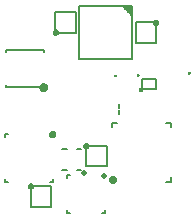
<source format=gto>
G75*
%MOIN*%
%OFA0B0*%
%FSLAX25Y25*%
%IPPOS*%
%LPD*%
%AMOC8*
5,1,8,0,0,1.08239X$1,22.5*
%
%ADD10C,0.00500*%
%ADD11C,0.01969*%
%ADD12C,0.02756*%
%ADD13C,0.00394*%
%ADD14C,0.00600*%
%ADD15C,0.01575*%
D10*
X0039919Y0053613D02*
X0046809Y0053613D01*
X0046809Y0060503D01*
X0039919Y0060503D01*
X0039919Y0053613D01*
X0039623Y0060404D02*
X0039625Y0060443D01*
X0039631Y0060482D01*
X0039641Y0060520D01*
X0039654Y0060557D01*
X0039671Y0060592D01*
X0039691Y0060626D01*
X0039715Y0060657D01*
X0039742Y0060686D01*
X0039771Y0060712D01*
X0039803Y0060735D01*
X0039837Y0060755D01*
X0039873Y0060771D01*
X0039910Y0060783D01*
X0039949Y0060792D01*
X0039988Y0060797D01*
X0040027Y0060798D01*
X0040066Y0060795D01*
X0040105Y0060788D01*
X0040142Y0060777D01*
X0040179Y0060763D01*
X0040214Y0060745D01*
X0040247Y0060724D01*
X0040278Y0060699D01*
X0040306Y0060672D01*
X0040331Y0060642D01*
X0040353Y0060609D01*
X0040372Y0060575D01*
X0040387Y0060539D01*
X0040399Y0060501D01*
X0040407Y0060463D01*
X0040411Y0060424D01*
X0040411Y0060384D01*
X0040407Y0060345D01*
X0040399Y0060307D01*
X0040387Y0060269D01*
X0040372Y0060233D01*
X0040353Y0060199D01*
X0040331Y0060166D01*
X0040306Y0060136D01*
X0040278Y0060109D01*
X0040247Y0060084D01*
X0040214Y0060063D01*
X0040179Y0060045D01*
X0040142Y0060031D01*
X0040105Y0060020D01*
X0040066Y0060013D01*
X0040027Y0060010D01*
X0039988Y0060011D01*
X0039949Y0060016D01*
X0039910Y0060025D01*
X0039873Y0060037D01*
X0039837Y0060053D01*
X0039803Y0060073D01*
X0039771Y0060096D01*
X0039742Y0060122D01*
X0039715Y0060151D01*
X0039691Y0060182D01*
X0039671Y0060216D01*
X0039654Y0060251D01*
X0039641Y0060288D01*
X0039631Y0060326D01*
X0039625Y0060365D01*
X0039623Y0060404D01*
X0039307Y0060404D02*
X0039309Y0060457D01*
X0039315Y0060510D01*
X0039325Y0060562D01*
X0039339Y0060613D01*
X0039356Y0060663D01*
X0039377Y0060712D01*
X0039402Y0060759D01*
X0039430Y0060804D01*
X0039462Y0060847D01*
X0039497Y0060887D01*
X0039534Y0060924D01*
X0039574Y0060959D01*
X0039617Y0060991D01*
X0039662Y0061019D01*
X0039709Y0061044D01*
X0039758Y0061065D01*
X0039808Y0061082D01*
X0039859Y0061096D01*
X0039911Y0061106D01*
X0039964Y0061112D01*
X0040017Y0061114D01*
X0040070Y0061112D01*
X0040123Y0061106D01*
X0040175Y0061096D01*
X0040226Y0061082D01*
X0040276Y0061065D01*
X0040325Y0061044D01*
X0040372Y0061019D01*
X0040417Y0060991D01*
X0040460Y0060959D01*
X0040500Y0060924D01*
X0040537Y0060887D01*
X0040572Y0060847D01*
X0040604Y0060804D01*
X0040632Y0060759D01*
X0040657Y0060712D01*
X0040678Y0060663D01*
X0040695Y0060613D01*
X0040709Y0060562D01*
X0040719Y0060510D01*
X0040725Y0060457D01*
X0040727Y0060404D01*
X0040725Y0060351D01*
X0040719Y0060298D01*
X0040709Y0060246D01*
X0040695Y0060195D01*
X0040678Y0060145D01*
X0040657Y0060096D01*
X0040632Y0060049D01*
X0040604Y0060004D01*
X0040572Y0059961D01*
X0040537Y0059921D01*
X0040500Y0059884D01*
X0040460Y0059849D01*
X0040417Y0059817D01*
X0040372Y0059789D01*
X0040325Y0059764D01*
X0040276Y0059743D01*
X0040226Y0059726D01*
X0040175Y0059712D01*
X0040123Y0059702D01*
X0040070Y0059696D01*
X0040017Y0059694D01*
X0039964Y0059696D01*
X0039911Y0059702D01*
X0039859Y0059712D01*
X0039808Y0059726D01*
X0039758Y0059743D01*
X0039709Y0059764D01*
X0039662Y0059789D01*
X0039617Y0059817D01*
X0039574Y0059849D01*
X0039534Y0059884D01*
X0039497Y0059921D01*
X0039462Y0059961D01*
X0039430Y0060004D01*
X0039402Y0060049D01*
X0039377Y0060096D01*
X0039356Y0060145D01*
X0039339Y0060195D01*
X0039325Y0060246D01*
X0039315Y0060298D01*
X0039309Y0060351D01*
X0039307Y0060404D01*
X0046265Y0061968D02*
X0047249Y0061968D01*
X0047249Y0062952D01*
X0050529Y0065719D02*
X0052104Y0065719D01*
X0051939Y0064102D02*
X0051939Y0063118D01*
X0051939Y0064102D02*
X0052923Y0064102D01*
X0055254Y0065719D02*
X0056828Y0065719D01*
X0058344Y0067078D02*
X0065234Y0067078D01*
X0065234Y0073967D01*
X0058344Y0073967D01*
X0058344Y0067078D01*
X0056828Y0072806D02*
X0055254Y0072806D01*
X0052104Y0072806D02*
X0050529Y0072806D01*
X0046855Y0077716D02*
X0046857Y0077755D01*
X0046863Y0077794D01*
X0046873Y0077832D01*
X0046886Y0077869D01*
X0046903Y0077904D01*
X0046923Y0077938D01*
X0046947Y0077969D01*
X0046974Y0077998D01*
X0047003Y0078024D01*
X0047035Y0078047D01*
X0047069Y0078067D01*
X0047105Y0078083D01*
X0047142Y0078095D01*
X0047181Y0078104D01*
X0047220Y0078109D01*
X0047259Y0078110D01*
X0047298Y0078107D01*
X0047337Y0078100D01*
X0047374Y0078089D01*
X0047411Y0078075D01*
X0047446Y0078057D01*
X0047479Y0078036D01*
X0047510Y0078011D01*
X0047538Y0077984D01*
X0047563Y0077954D01*
X0047585Y0077921D01*
X0047604Y0077887D01*
X0047619Y0077851D01*
X0047631Y0077813D01*
X0047639Y0077775D01*
X0047643Y0077736D01*
X0047643Y0077696D01*
X0047639Y0077657D01*
X0047631Y0077619D01*
X0047619Y0077581D01*
X0047604Y0077545D01*
X0047585Y0077511D01*
X0047563Y0077478D01*
X0047538Y0077448D01*
X0047510Y0077421D01*
X0047479Y0077396D01*
X0047446Y0077375D01*
X0047411Y0077357D01*
X0047374Y0077343D01*
X0047337Y0077332D01*
X0047298Y0077325D01*
X0047259Y0077322D01*
X0047220Y0077323D01*
X0047181Y0077328D01*
X0047142Y0077337D01*
X0047105Y0077349D01*
X0047069Y0077365D01*
X0047035Y0077385D01*
X0047003Y0077408D01*
X0046974Y0077434D01*
X0046947Y0077463D01*
X0046923Y0077494D01*
X0046903Y0077528D01*
X0046886Y0077563D01*
X0046873Y0077600D01*
X0046863Y0077638D01*
X0046857Y0077677D01*
X0046855Y0077716D01*
X0046856Y0077716D02*
X0047249Y0077716D01*
X0046369Y0077716D02*
X0046371Y0077775D01*
X0046377Y0077833D01*
X0046387Y0077891D01*
X0046400Y0077948D01*
X0046418Y0078005D01*
X0046439Y0078060D01*
X0046464Y0078113D01*
X0046492Y0078164D01*
X0046523Y0078214D01*
X0046558Y0078261D01*
X0046596Y0078306D01*
X0046637Y0078349D01*
X0046681Y0078388D01*
X0046727Y0078424D01*
X0046775Y0078458D01*
X0046826Y0078488D01*
X0046879Y0078514D01*
X0046933Y0078537D01*
X0046988Y0078556D01*
X0047045Y0078572D01*
X0047103Y0078584D01*
X0047161Y0078592D01*
X0047220Y0078596D01*
X0047278Y0078596D01*
X0047337Y0078592D01*
X0047395Y0078584D01*
X0047453Y0078572D01*
X0047510Y0078556D01*
X0047565Y0078537D01*
X0047619Y0078514D01*
X0047672Y0078488D01*
X0047723Y0078458D01*
X0047771Y0078424D01*
X0047817Y0078388D01*
X0047861Y0078349D01*
X0047902Y0078306D01*
X0047940Y0078261D01*
X0047975Y0078214D01*
X0048006Y0078164D01*
X0048034Y0078113D01*
X0048059Y0078060D01*
X0048080Y0078005D01*
X0048098Y0077948D01*
X0048111Y0077891D01*
X0048121Y0077833D01*
X0048127Y0077775D01*
X0048129Y0077716D01*
X0048127Y0077657D01*
X0048121Y0077599D01*
X0048111Y0077541D01*
X0048098Y0077484D01*
X0048080Y0077427D01*
X0048059Y0077372D01*
X0048034Y0077319D01*
X0048006Y0077268D01*
X0047975Y0077218D01*
X0047940Y0077171D01*
X0047902Y0077126D01*
X0047861Y0077083D01*
X0047817Y0077044D01*
X0047771Y0077008D01*
X0047723Y0076974D01*
X0047672Y0076944D01*
X0047619Y0076918D01*
X0047565Y0076895D01*
X0047510Y0076876D01*
X0047453Y0076860D01*
X0047395Y0076848D01*
X0047337Y0076840D01*
X0047278Y0076836D01*
X0047220Y0076836D01*
X0047161Y0076840D01*
X0047103Y0076848D01*
X0047045Y0076860D01*
X0046988Y0076876D01*
X0046933Y0076895D01*
X0046879Y0076918D01*
X0046826Y0076944D01*
X0046775Y0076974D01*
X0046727Y0077008D01*
X0046681Y0077044D01*
X0046637Y0077083D01*
X0046596Y0077126D01*
X0046558Y0077171D01*
X0046523Y0077218D01*
X0046492Y0077268D01*
X0046464Y0077319D01*
X0046439Y0077372D01*
X0046418Y0077427D01*
X0046400Y0077484D01*
X0046387Y0077541D01*
X0046377Y0077599D01*
X0046371Y0077657D01*
X0046369Y0077716D01*
X0058049Y0073869D02*
X0058051Y0073908D01*
X0058057Y0073947D01*
X0058067Y0073985D01*
X0058080Y0074022D01*
X0058097Y0074057D01*
X0058117Y0074091D01*
X0058141Y0074122D01*
X0058168Y0074151D01*
X0058197Y0074177D01*
X0058229Y0074200D01*
X0058263Y0074220D01*
X0058299Y0074236D01*
X0058336Y0074248D01*
X0058375Y0074257D01*
X0058414Y0074262D01*
X0058453Y0074263D01*
X0058492Y0074260D01*
X0058531Y0074253D01*
X0058568Y0074242D01*
X0058605Y0074228D01*
X0058640Y0074210D01*
X0058673Y0074189D01*
X0058704Y0074164D01*
X0058732Y0074137D01*
X0058757Y0074107D01*
X0058779Y0074074D01*
X0058798Y0074040D01*
X0058813Y0074004D01*
X0058825Y0073966D01*
X0058833Y0073928D01*
X0058837Y0073889D01*
X0058837Y0073849D01*
X0058833Y0073810D01*
X0058825Y0073772D01*
X0058813Y0073734D01*
X0058798Y0073698D01*
X0058779Y0073664D01*
X0058757Y0073631D01*
X0058732Y0073601D01*
X0058704Y0073574D01*
X0058673Y0073549D01*
X0058640Y0073528D01*
X0058605Y0073510D01*
X0058568Y0073496D01*
X0058531Y0073485D01*
X0058492Y0073478D01*
X0058453Y0073475D01*
X0058414Y0073476D01*
X0058375Y0073481D01*
X0058336Y0073490D01*
X0058299Y0073502D01*
X0058263Y0073518D01*
X0058229Y0073538D01*
X0058197Y0073561D01*
X0058168Y0073587D01*
X0058141Y0073616D01*
X0058117Y0073647D01*
X0058097Y0073681D01*
X0058080Y0073716D01*
X0058067Y0073753D01*
X0058057Y0073791D01*
X0058051Y0073830D01*
X0058049Y0073869D01*
X0057733Y0073869D02*
X0057735Y0073922D01*
X0057741Y0073975D01*
X0057751Y0074027D01*
X0057765Y0074078D01*
X0057782Y0074128D01*
X0057803Y0074177D01*
X0057828Y0074224D01*
X0057856Y0074269D01*
X0057888Y0074312D01*
X0057923Y0074352D01*
X0057960Y0074389D01*
X0058000Y0074424D01*
X0058043Y0074456D01*
X0058088Y0074484D01*
X0058135Y0074509D01*
X0058184Y0074530D01*
X0058234Y0074547D01*
X0058285Y0074561D01*
X0058337Y0074571D01*
X0058390Y0074577D01*
X0058443Y0074579D01*
X0058496Y0074577D01*
X0058549Y0074571D01*
X0058601Y0074561D01*
X0058652Y0074547D01*
X0058702Y0074530D01*
X0058751Y0074509D01*
X0058798Y0074484D01*
X0058843Y0074456D01*
X0058886Y0074424D01*
X0058926Y0074389D01*
X0058963Y0074352D01*
X0058998Y0074312D01*
X0059030Y0074269D01*
X0059058Y0074224D01*
X0059083Y0074177D01*
X0059104Y0074128D01*
X0059121Y0074078D01*
X0059135Y0074027D01*
X0059145Y0073975D01*
X0059151Y0073922D01*
X0059153Y0073869D01*
X0059151Y0073816D01*
X0059145Y0073763D01*
X0059135Y0073711D01*
X0059121Y0073660D01*
X0059104Y0073610D01*
X0059083Y0073561D01*
X0059058Y0073514D01*
X0059030Y0073469D01*
X0058998Y0073426D01*
X0058963Y0073386D01*
X0058926Y0073349D01*
X0058886Y0073314D01*
X0058843Y0073282D01*
X0058798Y0073254D01*
X0058751Y0073229D01*
X0058702Y0073208D01*
X0058652Y0073191D01*
X0058601Y0073177D01*
X0058549Y0073167D01*
X0058496Y0073161D01*
X0058443Y0073159D01*
X0058390Y0073161D01*
X0058337Y0073167D01*
X0058285Y0073177D01*
X0058234Y0073191D01*
X0058184Y0073208D01*
X0058135Y0073229D01*
X0058088Y0073254D01*
X0058043Y0073282D01*
X0058000Y0073314D01*
X0057960Y0073349D01*
X0057923Y0073386D01*
X0057888Y0073426D01*
X0057856Y0073469D01*
X0057828Y0073514D01*
X0057803Y0073561D01*
X0057782Y0073610D01*
X0057765Y0073660D01*
X0057751Y0073711D01*
X0057741Y0073763D01*
X0057735Y0073816D01*
X0057733Y0073869D01*
X0067086Y0080091D02*
X0067086Y0081665D01*
X0068661Y0081665D01*
X0069350Y0084566D02*
X0069350Y0085828D01*
X0069350Y0086534D02*
X0069350Y0087797D01*
X0077065Y0092688D02*
X0081789Y0092688D01*
X0081789Y0096231D01*
X0077065Y0096231D01*
X0077065Y0092688D01*
X0073639Y0102767D02*
X0073639Y0120483D01*
X0070687Y0120483D01*
X0073639Y0117530D01*
X0073639Y0120483D01*
X0055923Y0120483D01*
X0055923Y0102767D01*
X0073639Y0102767D01*
X0074958Y0108180D02*
X0081848Y0108180D01*
X0081848Y0115070D01*
X0074958Y0115070D01*
X0074958Y0108180D01*
X0073639Y0117650D02*
X0073520Y0117650D01*
X0073639Y0118149D02*
X0073021Y0118149D01*
X0072523Y0118647D02*
X0073639Y0118647D01*
X0073639Y0119146D02*
X0072024Y0119146D01*
X0071526Y0119644D02*
X0073639Y0119644D01*
X0073639Y0120143D02*
X0071027Y0120143D01*
X0081356Y0114971D02*
X0081358Y0115010D01*
X0081364Y0115049D01*
X0081374Y0115087D01*
X0081387Y0115124D01*
X0081404Y0115159D01*
X0081424Y0115193D01*
X0081448Y0115224D01*
X0081475Y0115253D01*
X0081504Y0115279D01*
X0081536Y0115302D01*
X0081570Y0115322D01*
X0081606Y0115338D01*
X0081643Y0115350D01*
X0081682Y0115359D01*
X0081721Y0115364D01*
X0081760Y0115365D01*
X0081799Y0115362D01*
X0081838Y0115355D01*
X0081875Y0115344D01*
X0081912Y0115330D01*
X0081947Y0115312D01*
X0081980Y0115291D01*
X0082011Y0115266D01*
X0082039Y0115239D01*
X0082064Y0115209D01*
X0082086Y0115176D01*
X0082105Y0115142D01*
X0082120Y0115106D01*
X0082132Y0115068D01*
X0082140Y0115030D01*
X0082144Y0114991D01*
X0082144Y0114951D01*
X0082140Y0114912D01*
X0082132Y0114874D01*
X0082120Y0114836D01*
X0082105Y0114800D01*
X0082086Y0114766D01*
X0082064Y0114733D01*
X0082039Y0114703D01*
X0082011Y0114676D01*
X0081980Y0114651D01*
X0081947Y0114630D01*
X0081912Y0114612D01*
X0081875Y0114598D01*
X0081838Y0114587D01*
X0081799Y0114580D01*
X0081760Y0114577D01*
X0081721Y0114578D01*
X0081682Y0114583D01*
X0081643Y0114592D01*
X0081606Y0114604D01*
X0081570Y0114620D01*
X0081536Y0114640D01*
X0081504Y0114663D01*
X0081475Y0114689D01*
X0081448Y0114718D01*
X0081424Y0114749D01*
X0081404Y0114783D01*
X0081387Y0114818D01*
X0081374Y0114855D01*
X0081364Y0114893D01*
X0081358Y0114932D01*
X0081356Y0114971D01*
X0081040Y0114971D02*
X0081042Y0115024D01*
X0081048Y0115077D01*
X0081058Y0115129D01*
X0081072Y0115180D01*
X0081089Y0115230D01*
X0081110Y0115279D01*
X0081135Y0115326D01*
X0081163Y0115371D01*
X0081195Y0115414D01*
X0081230Y0115454D01*
X0081267Y0115491D01*
X0081307Y0115526D01*
X0081350Y0115558D01*
X0081395Y0115586D01*
X0081442Y0115611D01*
X0081491Y0115632D01*
X0081541Y0115649D01*
X0081592Y0115663D01*
X0081644Y0115673D01*
X0081697Y0115679D01*
X0081750Y0115681D01*
X0081803Y0115679D01*
X0081856Y0115673D01*
X0081908Y0115663D01*
X0081959Y0115649D01*
X0082009Y0115632D01*
X0082058Y0115611D01*
X0082105Y0115586D01*
X0082150Y0115558D01*
X0082193Y0115526D01*
X0082233Y0115491D01*
X0082270Y0115454D01*
X0082305Y0115414D01*
X0082337Y0115371D01*
X0082365Y0115326D01*
X0082390Y0115279D01*
X0082411Y0115230D01*
X0082428Y0115180D01*
X0082442Y0115129D01*
X0082452Y0115077D01*
X0082458Y0115024D01*
X0082460Y0114971D01*
X0082458Y0114918D01*
X0082452Y0114865D01*
X0082442Y0114813D01*
X0082428Y0114762D01*
X0082411Y0114712D01*
X0082390Y0114663D01*
X0082365Y0114616D01*
X0082337Y0114571D01*
X0082305Y0114528D01*
X0082270Y0114488D01*
X0082233Y0114451D01*
X0082193Y0114416D01*
X0082150Y0114384D01*
X0082105Y0114356D01*
X0082058Y0114331D01*
X0082009Y0114310D01*
X0081959Y0114293D01*
X0081908Y0114279D01*
X0081856Y0114269D01*
X0081803Y0114263D01*
X0081750Y0114261D01*
X0081697Y0114263D01*
X0081644Y0114269D01*
X0081592Y0114279D01*
X0081541Y0114293D01*
X0081491Y0114310D01*
X0081442Y0114331D01*
X0081395Y0114356D01*
X0081350Y0114384D01*
X0081307Y0114416D01*
X0081267Y0114451D01*
X0081230Y0114488D01*
X0081195Y0114528D01*
X0081163Y0114571D01*
X0081135Y0114616D01*
X0081110Y0114663D01*
X0081089Y0114712D01*
X0081072Y0114762D01*
X0081058Y0114813D01*
X0081048Y0114865D01*
X0081042Y0114918D01*
X0081040Y0114971D01*
X0085196Y0081665D02*
X0086771Y0081665D01*
X0086771Y0080091D01*
X0086771Y0063555D02*
X0086771Y0061980D01*
X0085196Y0061980D01*
X0064537Y0052488D02*
X0064537Y0051504D01*
X0063553Y0051504D01*
X0052923Y0051504D02*
X0051939Y0051504D01*
X0051939Y0052488D01*
X0032486Y0061968D02*
X0031501Y0061968D01*
X0031501Y0062952D01*
X0031501Y0076732D02*
X0031501Y0077716D01*
X0032486Y0077716D01*
X0048179Y0111597D02*
X0048179Y0118487D01*
X0055069Y0118487D01*
X0055069Y0111597D01*
X0048179Y0111597D01*
X0047884Y0111696D02*
X0047886Y0111735D01*
X0047892Y0111774D01*
X0047902Y0111812D01*
X0047915Y0111849D01*
X0047932Y0111884D01*
X0047952Y0111918D01*
X0047976Y0111949D01*
X0048003Y0111978D01*
X0048032Y0112004D01*
X0048064Y0112027D01*
X0048098Y0112047D01*
X0048134Y0112063D01*
X0048171Y0112075D01*
X0048210Y0112084D01*
X0048249Y0112089D01*
X0048288Y0112090D01*
X0048327Y0112087D01*
X0048366Y0112080D01*
X0048403Y0112069D01*
X0048440Y0112055D01*
X0048475Y0112037D01*
X0048508Y0112016D01*
X0048539Y0111991D01*
X0048567Y0111964D01*
X0048592Y0111934D01*
X0048614Y0111901D01*
X0048633Y0111867D01*
X0048648Y0111831D01*
X0048660Y0111793D01*
X0048668Y0111755D01*
X0048672Y0111716D01*
X0048672Y0111676D01*
X0048668Y0111637D01*
X0048660Y0111599D01*
X0048648Y0111561D01*
X0048633Y0111525D01*
X0048614Y0111491D01*
X0048592Y0111458D01*
X0048567Y0111428D01*
X0048539Y0111401D01*
X0048508Y0111376D01*
X0048475Y0111355D01*
X0048440Y0111337D01*
X0048403Y0111323D01*
X0048366Y0111312D01*
X0048327Y0111305D01*
X0048288Y0111302D01*
X0048249Y0111303D01*
X0048210Y0111308D01*
X0048171Y0111317D01*
X0048134Y0111329D01*
X0048098Y0111345D01*
X0048064Y0111365D01*
X0048032Y0111388D01*
X0048003Y0111414D01*
X0047976Y0111443D01*
X0047952Y0111474D01*
X0047932Y0111508D01*
X0047915Y0111543D01*
X0047902Y0111580D01*
X0047892Y0111618D01*
X0047886Y0111657D01*
X0047884Y0111696D01*
X0047568Y0111696D02*
X0047570Y0111749D01*
X0047576Y0111802D01*
X0047586Y0111854D01*
X0047600Y0111905D01*
X0047617Y0111955D01*
X0047638Y0112004D01*
X0047663Y0112051D01*
X0047691Y0112096D01*
X0047723Y0112139D01*
X0047758Y0112179D01*
X0047795Y0112216D01*
X0047835Y0112251D01*
X0047878Y0112283D01*
X0047923Y0112311D01*
X0047970Y0112336D01*
X0048019Y0112357D01*
X0048069Y0112374D01*
X0048120Y0112388D01*
X0048172Y0112398D01*
X0048225Y0112404D01*
X0048278Y0112406D01*
X0048331Y0112404D01*
X0048384Y0112398D01*
X0048436Y0112388D01*
X0048487Y0112374D01*
X0048537Y0112357D01*
X0048586Y0112336D01*
X0048633Y0112311D01*
X0048678Y0112283D01*
X0048721Y0112251D01*
X0048761Y0112216D01*
X0048798Y0112179D01*
X0048833Y0112139D01*
X0048865Y0112096D01*
X0048893Y0112051D01*
X0048918Y0112004D01*
X0048939Y0111955D01*
X0048956Y0111905D01*
X0048970Y0111854D01*
X0048980Y0111802D01*
X0048986Y0111749D01*
X0048988Y0111696D01*
X0048986Y0111643D01*
X0048980Y0111590D01*
X0048970Y0111538D01*
X0048956Y0111487D01*
X0048939Y0111437D01*
X0048918Y0111388D01*
X0048893Y0111341D01*
X0048865Y0111296D01*
X0048833Y0111253D01*
X0048798Y0111213D01*
X0048761Y0111176D01*
X0048721Y0111141D01*
X0048678Y0111109D01*
X0048633Y0111081D01*
X0048586Y0111056D01*
X0048537Y0111035D01*
X0048487Y0111018D01*
X0048436Y0111004D01*
X0048384Y0110994D01*
X0048331Y0110988D01*
X0048278Y0110986D01*
X0048225Y0110988D01*
X0048172Y0110994D01*
X0048120Y0111004D01*
X0048069Y0111018D01*
X0048019Y0111035D01*
X0047970Y0111056D01*
X0047923Y0111081D01*
X0047878Y0111109D01*
X0047835Y0111141D01*
X0047795Y0111176D01*
X0047758Y0111213D01*
X0047723Y0111253D01*
X0047691Y0111296D01*
X0047663Y0111341D01*
X0047638Y0111388D01*
X0047617Y0111437D01*
X0047600Y0111487D01*
X0047586Y0111538D01*
X0047576Y0111590D01*
X0047570Y0111643D01*
X0047568Y0111696D01*
D11*
X0057616Y0064932D03*
X0064341Y0063945D03*
D12*
X0067480Y0062374D03*
D13*
X0067810Y0097294D02*
X0067812Y0097327D01*
X0067818Y0097359D01*
X0067827Y0097391D01*
X0067841Y0097421D01*
X0067857Y0097449D01*
X0067877Y0097475D01*
X0067900Y0097499D01*
X0067926Y0097520D01*
X0067954Y0097537D01*
X0067984Y0097552D01*
X0068015Y0097562D01*
X0068047Y0097569D01*
X0068080Y0097572D01*
X0068113Y0097571D01*
X0068145Y0097566D01*
X0068177Y0097557D01*
X0068208Y0097545D01*
X0068236Y0097529D01*
X0068263Y0097510D01*
X0068287Y0097488D01*
X0068309Y0097463D01*
X0068327Y0097435D01*
X0068342Y0097406D01*
X0068354Y0097375D01*
X0068362Y0097343D01*
X0068366Y0097310D01*
X0068366Y0097278D01*
X0068362Y0097245D01*
X0068354Y0097213D01*
X0068342Y0097182D01*
X0068327Y0097153D01*
X0068309Y0097125D01*
X0068287Y0097100D01*
X0068263Y0097078D01*
X0068236Y0097059D01*
X0068208Y0097043D01*
X0068177Y0097031D01*
X0068145Y0097022D01*
X0068113Y0097017D01*
X0068080Y0097016D01*
X0068047Y0097019D01*
X0068015Y0097026D01*
X0067984Y0097036D01*
X0067954Y0097051D01*
X0067926Y0097068D01*
X0067900Y0097089D01*
X0067877Y0097113D01*
X0067857Y0097139D01*
X0067841Y0097167D01*
X0067827Y0097197D01*
X0067818Y0097229D01*
X0067812Y0097261D01*
X0067810Y0097294D01*
X0075369Y0097530D02*
X0075371Y0097563D01*
X0075377Y0097595D01*
X0075386Y0097627D01*
X0075400Y0097657D01*
X0075416Y0097685D01*
X0075436Y0097711D01*
X0075459Y0097735D01*
X0075485Y0097756D01*
X0075513Y0097773D01*
X0075543Y0097788D01*
X0075574Y0097798D01*
X0075606Y0097805D01*
X0075639Y0097808D01*
X0075672Y0097807D01*
X0075704Y0097802D01*
X0075736Y0097793D01*
X0075767Y0097781D01*
X0075795Y0097765D01*
X0075822Y0097746D01*
X0075846Y0097724D01*
X0075868Y0097699D01*
X0075886Y0097671D01*
X0075901Y0097642D01*
X0075913Y0097611D01*
X0075921Y0097579D01*
X0075925Y0097546D01*
X0075925Y0097514D01*
X0075921Y0097481D01*
X0075913Y0097449D01*
X0075901Y0097418D01*
X0075886Y0097389D01*
X0075868Y0097361D01*
X0075846Y0097336D01*
X0075822Y0097314D01*
X0075795Y0097295D01*
X0075767Y0097279D01*
X0075736Y0097267D01*
X0075704Y0097258D01*
X0075672Y0097253D01*
X0075639Y0097252D01*
X0075606Y0097255D01*
X0075574Y0097262D01*
X0075543Y0097272D01*
X0075513Y0097287D01*
X0075485Y0097304D01*
X0075459Y0097325D01*
X0075436Y0097349D01*
X0075416Y0097375D01*
X0075400Y0097403D01*
X0075386Y0097433D01*
X0075377Y0097465D01*
X0075371Y0097497D01*
X0075369Y0097530D01*
X0092377Y0098239D02*
X0092379Y0098272D01*
X0092385Y0098304D01*
X0092394Y0098336D01*
X0092408Y0098366D01*
X0092424Y0098394D01*
X0092444Y0098420D01*
X0092467Y0098444D01*
X0092493Y0098465D01*
X0092521Y0098482D01*
X0092551Y0098497D01*
X0092582Y0098507D01*
X0092614Y0098514D01*
X0092647Y0098517D01*
X0092680Y0098516D01*
X0092712Y0098511D01*
X0092744Y0098502D01*
X0092775Y0098490D01*
X0092803Y0098474D01*
X0092830Y0098455D01*
X0092854Y0098433D01*
X0092876Y0098408D01*
X0092894Y0098380D01*
X0092909Y0098351D01*
X0092921Y0098320D01*
X0092929Y0098288D01*
X0092933Y0098255D01*
X0092933Y0098223D01*
X0092929Y0098190D01*
X0092921Y0098158D01*
X0092909Y0098127D01*
X0092894Y0098098D01*
X0092876Y0098070D01*
X0092854Y0098045D01*
X0092830Y0098023D01*
X0092803Y0098004D01*
X0092775Y0097988D01*
X0092744Y0097976D01*
X0092712Y0097967D01*
X0092680Y0097962D01*
X0092647Y0097961D01*
X0092614Y0097964D01*
X0092582Y0097971D01*
X0092551Y0097981D01*
X0092521Y0097996D01*
X0092493Y0098013D01*
X0092467Y0098034D01*
X0092444Y0098058D01*
X0092424Y0098084D01*
X0092408Y0098112D01*
X0092394Y0098142D01*
X0092385Y0098174D01*
X0092379Y0098206D01*
X0092377Y0098239D01*
D14*
X0043752Y0093357D02*
X0043754Y0093404D01*
X0043760Y0093450D01*
X0043769Y0093496D01*
X0043783Y0093540D01*
X0043800Y0093584D01*
X0043821Y0093625D01*
X0043845Y0093665D01*
X0043872Y0093703D01*
X0043903Y0093738D01*
X0043936Y0093771D01*
X0043972Y0093801D01*
X0044011Y0093827D01*
X0044051Y0093851D01*
X0044093Y0093870D01*
X0044137Y0093887D01*
X0044182Y0093899D01*
X0044228Y0093908D01*
X0044274Y0093913D01*
X0044321Y0093914D01*
X0044367Y0093911D01*
X0044413Y0093904D01*
X0044459Y0093893D01*
X0044503Y0093879D01*
X0044546Y0093861D01*
X0044587Y0093839D01*
X0044627Y0093814D01*
X0044664Y0093786D01*
X0044699Y0093755D01*
X0044731Y0093721D01*
X0044760Y0093684D01*
X0044785Y0093646D01*
X0044808Y0093605D01*
X0044827Y0093562D01*
X0044842Y0093518D01*
X0044854Y0093473D01*
X0044862Y0093427D01*
X0044866Y0093380D01*
X0044866Y0093334D01*
X0044862Y0093287D01*
X0044854Y0093241D01*
X0044842Y0093196D01*
X0044827Y0093152D01*
X0044808Y0093109D01*
X0044785Y0093068D01*
X0044760Y0093030D01*
X0044731Y0092993D01*
X0044699Y0092959D01*
X0044664Y0092928D01*
X0044627Y0092900D01*
X0044588Y0092875D01*
X0044546Y0092853D01*
X0044503Y0092835D01*
X0044459Y0092821D01*
X0044413Y0092810D01*
X0044367Y0092803D01*
X0044321Y0092800D01*
X0044274Y0092801D01*
X0044228Y0092806D01*
X0044182Y0092815D01*
X0044137Y0092827D01*
X0044093Y0092844D01*
X0044051Y0092863D01*
X0044011Y0092887D01*
X0043972Y0092913D01*
X0043936Y0092943D01*
X0043903Y0092976D01*
X0043872Y0093011D01*
X0043845Y0093049D01*
X0043821Y0093089D01*
X0043800Y0093130D01*
X0043783Y0093174D01*
X0043769Y0093218D01*
X0043760Y0093264D01*
X0043754Y0093310D01*
X0043752Y0093357D01*
X0043195Y0093357D02*
X0043197Y0093424D01*
X0043203Y0093490D01*
X0043213Y0093556D01*
X0043227Y0093621D01*
X0043244Y0093685D01*
X0043266Y0093748D01*
X0043291Y0093810D01*
X0043320Y0093870D01*
X0043353Y0093928D01*
X0043389Y0093985D01*
X0043428Y0094038D01*
X0043470Y0094090D01*
X0043515Y0094139D01*
X0043564Y0094185D01*
X0043614Y0094228D01*
X0043668Y0094268D01*
X0043723Y0094305D01*
X0043781Y0094338D01*
X0043841Y0094368D01*
X0043902Y0094394D01*
X0043965Y0094416D01*
X0044029Y0094435D01*
X0044094Y0094450D01*
X0044159Y0094461D01*
X0044226Y0094468D01*
X0044292Y0094471D01*
X0044359Y0094470D01*
X0044425Y0094465D01*
X0044491Y0094456D01*
X0044557Y0094443D01*
X0044621Y0094426D01*
X0044685Y0094406D01*
X0044747Y0094381D01*
X0044807Y0094353D01*
X0044866Y0094322D01*
X0044923Y0094287D01*
X0044977Y0094248D01*
X0045029Y0094207D01*
X0045079Y0094162D01*
X0045126Y0094115D01*
X0045169Y0094065D01*
X0045210Y0094012D01*
X0045248Y0093957D01*
X0045282Y0093900D01*
X0045313Y0093840D01*
X0045340Y0093779D01*
X0045363Y0093717D01*
X0045383Y0093653D01*
X0045399Y0093589D01*
X0045411Y0093523D01*
X0045419Y0093457D01*
X0045423Y0093390D01*
X0045423Y0093324D01*
X0045419Y0093257D01*
X0045411Y0093191D01*
X0045399Y0093125D01*
X0045383Y0093061D01*
X0045363Y0092997D01*
X0045340Y0092935D01*
X0045313Y0092874D01*
X0045282Y0092814D01*
X0045248Y0092757D01*
X0045210Y0092702D01*
X0045169Y0092649D01*
X0045126Y0092599D01*
X0045079Y0092552D01*
X0045029Y0092507D01*
X0044977Y0092466D01*
X0044923Y0092427D01*
X0044866Y0092392D01*
X0044807Y0092361D01*
X0044747Y0092333D01*
X0044685Y0092308D01*
X0044621Y0092288D01*
X0044557Y0092271D01*
X0044491Y0092258D01*
X0044425Y0092249D01*
X0044359Y0092244D01*
X0044292Y0092243D01*
X0044226Y0092246D01*
X0044159Y0092253D01*
X0044094Y0092264D01*
X0044029Y0092279D01*
X0043965Y0092298D01*
X0043902Y0092320D01*
X0043841Y0092346D01*
X0043781Y0092376D01*
X0043723Y0092409D01*
X0043668Y0092446D01*
X0043614Y0092486D01*
X0043564Y0092529D01*
X0043515Y0092575D01*
X0043470Y0092624D01*
X0043428Y0092676D01*
X0043389Y0092729D01*
X0043353Y0092786D01*
X0043320Y0092844D01*
X0043291Y0092904D01*
X0043266Y0092966D01*
X0043244Y0093029D01*
X0043227Y0093093D01*
X0043213Y0093158D01*
X0043203Y0093224D01*
X0043197Y0093290D01*
X0043195Y0093357D01*
X0044309Y0093357D02*
X0031710Y0093357D01*
X0031710Y0094145D01*
X0031710Y0105168D02*
X0031710Y0105956D01*
X0044309Y0105956D01*
X0044309Y0105168D01*
D15*
X0076671Y0092491D03*
M02*

</source>
